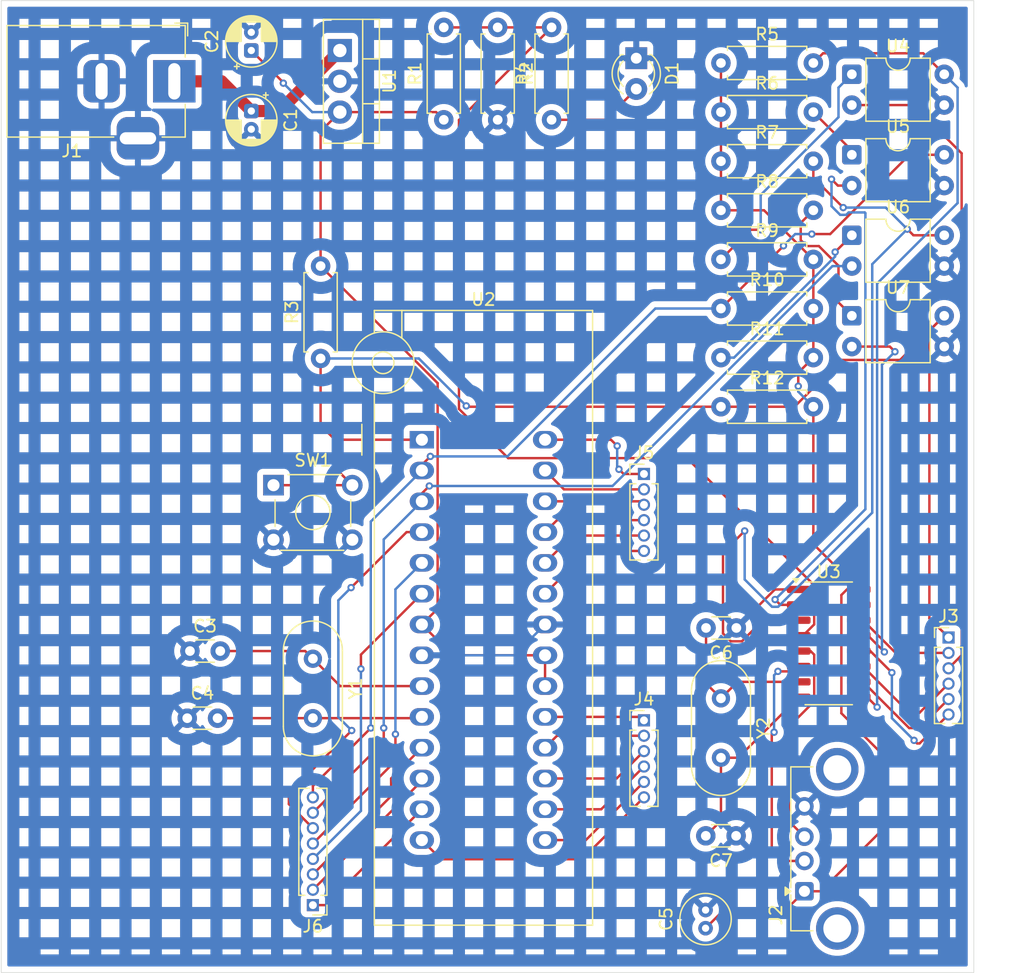
<source format=kicad_pcb>
(kicad_pcb (version 20241229) (generator "pcbnew") (generator_version "9.0")
  (title_block (title "ATMEGA328 Development Board") (date "2025-09-28") (rev "0.0.0") (company "Primzel Technologies"))
  (layers (0 "F.Cu" signal) (2 "B.Cu" signal) (13 "F.Paste" user) (15 "B.Paste" user) (5 "F.SilkS" user "F.Silkscreen") (7 "B.SilkS" user "B.Silkscreen") (1 "F.Mask" user) (3 "B.Mask" user) (25 "Edge.Cuts" user))
  (net 0 "")
  (net 1 "/power/12V")
  (net 2 "GND")
  (net 3 "/MCU/VCC")
  (net 4 "Net-(U2-PB6{slash}XTAL1)")
  (net 5 "Net-(U2-PB7{slash}XTAL2)")
  (net 6 "/USB/5V")
  (net 7 "Net-(U3-XI)")
  (net 8 "Net-(U3-XO)")
  (net 9 "Net-(D1-A)")
  (net 10 "Net-(J2-D+)")
  (net 12 "Net-(J2-D-)")
  (net 14 "/USB/RI")
  (net 15 "/USB/RTS")
  (net 16 "/USB/CTS")
  (net 17 "/USB/DSR")
  (net 18 "/MCU/DTR")
  (net 19 "/USB/DCD")
  (net 20 "Net-(J4-Pin_2)")
  (net 21 "Net-(J4-Pin_6)")
  (net 22 "Net-(J4-Pin_3)")
  (net 23 "Net-(J4-Pin_1)")
  (net 24 "Net-(J4-Pin_4)")
  (net 25 "Net-(J4-Pin_5)")
  (net 26 "Net-(J5-Pin_1)")
  (net 27 "Net-(J5-Pin_2)")
  (net 28 "Net-(J5-Pin_5)")
  (net 29 "Net-(J5-Pin_6)")
  (net 30 "Net-(J5-Pin_3)")
  (net 31 "Net-(J5-Pin_4)")
  (net 32 "Net-(J6-Pin_4)")
  (net 33 "Net-(J6-Pin_2)")
  (net 34 "Net-(J6-Pin_3)")
  (net 35 "/MCU/TXD")
  (net 36 "Net-(J6-Pin_5)")
  (net 37 "Net-(J6-Pin_6)")
  (net 38 "Net-(J6-Pin_1)")
  (net 39 "/MCU/RXD")
  (net 40 "/3V3")
  (net 41 "Net-(U3-~{CTS})")
  (net 42 "Net-(R6-Pad2)")
  (net 43 "Net-(U3-RXD)")
  (net 44 "Net-(R8-Pad2)")
  (net 45 "Net-(R9-Pad1)")
  (net 46 "Net-(R11-Pad1)")
  (net 47 "Net-(U3-TXD)")
  (net 48 "Net-(U3-~{DTR})")
  (footprint "Capacitor_THT:CP_Radial_D4.0mm_P1.50mm" (layer "F.Cu") (at 130.81 67.222401 -90)
    (property "Reference" "C1")
    (property "Value" "4.7u")
  )
  (footprint "Resistor_THT:R_Axial_DIN0207_L6.3mm_D2.5mm_P7.62mm_Horizontal" (layer "F.Cu") (at 169.545 79.46)
    (property "Reference" "R9")
    (property "Value" "510")
  )
  (footprint "Resistor_THT:R_Axial_DIN0207_L6.3mm_D2.5mm_P7.62mm_Horizontal" (layer "F.Cu") (at 169.545 71.36)
    (property "Reference" "R7")
    (property "Value" "10K")
  )
  (footprint "Crystal:Crystal_HC18-U_Vertical" (layer "F.Cu") (at 135.89 112.395 -90)
    (property "Reference" "Y1")
    (property "Value" "16MHz")
  )
  (footprint "Resistor_THT:R_Axial_DIN0207_L6.3mm_D2.5mm_P7.62mm_Horizontal" (layer "F.Cu") (at 146.685 67.945 90)
    (property "Reference" "R1")
    (property "Value" "10K")
  )
  (footprint "Resistor_THT:R_Axial_DIN0207_L6.3mm_D2.5mm_P7.62mm_Horizontal" (layer "F.Cu") (at 169.545 67.31)
    (property "Reference" "R6")
    (property "Value" "510")
  )
  (footprint "Resistor_THT:R_Axial_DIN0207_L6.3mm_D2.5mm_P7.62mm_Horizontal" (layer "F.Cu") (at 169.545 63.26)
    (property "Reference" "R5")
    (property "Value" "10K")
  )
  (footprint "Resistor_THT:R_Axial_DIN0207_L6.3mm_D2.5mm_P7.62mm_Horizontal" (layer "F.Cu") (at 169.545 83.51)
    (property "Reference" "R10")
    (property "Value" "10K")
  )
  (footprint "Resistor_THT:R_Axial_DIN0207_L6.3mm_D2.5mm_P7.62mm_Horizontal" (layer "F.Cu") (at 169.545 75.41)
    (property "Reference" "R8")
    (property "Value" "510")
  )
  (footprint "Connector_PinHeader_1.27mm:PinHeader_1x06_P1.27mm_Vertical" (layer "F.Cu") (at 163.195 97.155)
    (property "Reference" "J5")
    (property "Value" "Conn_01x06_Pin")
  )
  (footprint "Resistor_THT:R_Axial_DIN0207_L6.3mm_D2.5mm_P7.62mm_Horizontal" (layer "F.Cu") (at 169.545 87.56)
    (property "Reference" "R11")
    (property "Value" "510")
  )
  (footprint "Connector_PinHeader_1.27mm:PinHeader_1x06_P1.27mm_Vertical" (layer "F.Cu") (at 188.3156 110.6424)
    (property "Reference" "J3")
    (property "Value" "Conn_01x06_Pin")
  )
  (footprint "Package_SO:SOIC-16_3.9x9.9mm_P1.27mm" (layer "F.Cu") (at 178.435 111.125)
    (property "Reference" "U3")
    (property "Value" "CH340G")
  )
  (footprint "Connector_BarrelJack:BarrelJack_Horizontal" (layer "F.Cu") (at 124.46 64.77)
    (property "Reference" "J1")
    (property "Value" "Barrel_Jack_Switch")
  )
  (footprint "Resistor_THT:R_Axial_DIN0207_L6.3mm_D2.5mm_P7.62mm_Horizontal" (layer "F.Cu") (at 169.545 91.61)
    (property "Reference" "R12")
    (property "Value" "10K")
  )
  (footprint "Capacitor_THT:C_Disc_D3.0mm_W1.6mm_P2.50mm" (layer "F.Cu") (at 125.5268 117.2972)
    (property "Reference" "C4")
    (property "Value" "18pF")
  )
  (footprint "Package_DIP:DIP-4_W7.62mm" (layer "F.Cu") (at 180.34 70.83)
    (property "Reference" "U5")
    (property "Value" "PC817")
  )
  (footprint "LED_THT:LED_D3.0mm" (layer "F.Cu") (at 162.56 62.865 -90)
    (property "Reference" "D1")
    (property "Value" "LED")
  )
  (footprint "Socket:DIP_Socket-28_W6.9_W7.62_W10.16_W12.7_W13.5_3M_228-4817-00-0602J" (layer "F.Cu") (at 144.8775 94.33)
    (property "Reference" "U2")
    (property "Value" "ATmega8-16P")
  )
  (footprint "Connector_USB:USB_A_Connfly_DS1095" (layer "F.Cu") (at 176.4284 131.572 90)
    (property "Reference" "J2")
    (property "Value" "USB_A")
  )
  (footprint "Capacitor_THT:C_Disc_D3.0mm_W1.6mm_P2.50mm" (layer "F.Cu") (at 170.815 109.855 180)
    (property "Reference" "C6")
    (property "Value" "22pF")
  )
  (footprint "Capacitor_THT:C_Radial_D4.0mm_H5.0mm_P1.50mm" (layer "F.Cu") (at 168.275 134.62 90)
    (property "Reference" "C5")
    (property "Value" "10u")
  )
  (footprint "Package_DIP:DIP-4_W7.62mm" (layer "F.Cu") (at 180.34 77.47)
    (property "Reference" "U6")
    (property "Value" "PC817")
  )
  (footprint "Resistor_THT:R_Axial_DIN0207_L6.3mm_D2.5mm_P7.62mm_Horizontal" (layer "F.Cu") (at 136.525 87.63 90)
    (property "Reference" "R3")
    (property "Value" "10K")
  )
  (footprint "Resistor_THT:R_Axial_DIN0207_L6.3mm_D2.5mm_P7.62mm_Horizontal" (layer "F.Cu") (at 151.13 60.325 -90)
    (property "Reference" "R2")
    (property "Value" "20K")
  )
  (footprint "Capacitor_THT:C_Disc_D3.0mm_W1.6mm_P2.50mm" (layer "F.Cu") (at 125.75 111.76)
    (property "Reference" "C3")
    (property "Value" "18pF")
  )
  (footprint "Package_DIP:DIP-4_W7.62mm" (layer "F.Cu") (at 180.34 84.11)
    (property "Reference" "U7")
    (property "Value" "PC817")
  )
  (footprint "Resistor_THT:R_Axial_DIN0207_L6.3mm_D2.5mm_P7.62mm_Horizontal" (layer "F.Cu") (at 155.575 67.945 90)
    (property "Reference" "R4")
    (property "Value" "10K")
  )
  (footprint "Crystal:Crystal_HC18-U_Vertical" (layer "F.Cu") (at 169.545 115.66 -90)
    (property "Reference" "Y2")
    (property "Value" "12Mhz")
  )
  (footprint "Package_DIP:DIP-4_W7.62mm" (layer "F.Cu") (at 180.34 64.19)
    (property "Reference" "U4")
    (property "Value" "PC817")
  )
  (footprint "Capacitor_THT:C_Disc_D3.0mm_W1.6mm_P2.50mm" (layer "F.Cu") (at 170.795 127 180)
    (property "Reference" "C7")
    (property "Value" "22pF")
  )
  (footprint "Connector_PinHeader_1.27mm:PinHeader_1x08_P1.27mm_Vertical" (layer "F.Cu") (at 135.89 132.715 180)
    (property "Reference" "J6")
    (property "Value" "Conn_01x08_Pin")
  )
  (footprint "Connector_PinHeader_1.27mm:PinHeader_1x06_P1.27mm_Vertical" (layer "F.Cu") (at 163.195 117.475)
    (property "Reference" "J4")
    (property "Value" "Conn_01x06_Pin")
  )
  (footprint "Capacitor_THT:CP_Radial_D4.0mm_P1.50mm" (layer "F.Cu") (at 130.81 62.23 90)
    (property "Reference" "C2")
    (property "Value" "10u")
  )
  (footprint "Button_Switch_THT:SW_TH_Tactile_Omron_B3F-10xx" (layer "F.Cu") (at 132.64 98.08)
    (property "Reference" "SW1")
    (property "Value" "SW_Push")
  )
  (footprint "Package_TO_SOT_THT:TO-220-3_Vertical" (layer "F.Cu") (at 138.115 62.23 -90)
    (property "Reference" "U1")
    (property "Value" "LM7805_TO220")
  )
  (gr_rect (start 110.1852 58.1152) (end 190.3984 138.2776) (stroke (width 0.05)) (fill no) (layer "Edge.Cuts"))
  (segment (start 128.357599 64.77) (end 130.81 67.222401) (width 1) (layer "F.Cu") (net 1))
  (segment (start 133.122599 67.222401) (end 138.115 62.23) (width 1) (layer "F.Cu") (net 1))
  (segment (start 124.46 64.77) (end 128.357599 64.77) (width 1) (layer "F.Cu") (net 1))
  (segment (start 130.81 67.222401) (end 133.122599 67.222401) (width 1) (layer "F.Cu") (net 1))
  (segment (start 170.815 109.855) (end 173.99 106.68) (width 0.2) (layer "F.Cu") (net 2))
  (segment (start 173.99 106.68) (end 175.96 106.68) (width 0.2) (layer "F.Cu") (net 2))
  (segment (start 152.4975 112.11) (end 155.0375 109.57) (width 0.2) (layer "B.Cu") (net 2))
  (segment (start 144.8775 112.11) (end 152.4975 112.11) (width 0.2) (layer "B.Cu") (net 2))
  (segment (start 138.115 67.31) (end 146.05 67.31) (width 0.2) (layer "F.Cu") (net 3))
  (segment (start 146.1785 89.6635) (end 146.1785 108.269) (width 0.2) (layer "F.Cu") (net 3))
  (segment (start 136.525 80.01) (end 146.1785 89.6635) (width 0.2) (layer "F.Cu") (net 3))
  (segment (start 146.05 67.31) (end 146.685 67.945) (width 0.2) (layer "F.Cu") (net 3))
  (segment (start 155.0375 112.11) (end 147.4175 112.11) (width 0.2) (layer "F.Cu") (net 3))
  (segment (start 136.525 68.9) (end 138.115 67.31) (width 0.2) (layer "F.Cu") (net 3))
  (segment (start 133.4516 64.8716) (end 133.4516 64.9224) (width 0.2) (layer "F.Cu") (net 3))
  (segment (start 155.0375 112.11) (end 155.0375 114.65) (width 0.2) (layer "F.Cu") (net 3))
  (segment (start 130.81 62.23) (end 133.4516 64.8716) (width 0.2) (layer "F.Cu") (net 3))
  (segment (start 146.1785 108.269) (end 144.8775 109.57) (width 0.2) (layer "F.Cu") (net 3))
  (segment (start 136.525 80.01) (end 136.525 68.9) (width 0.2) (layer "F.Cu") (net 3))
  (segment (start 147.4175 112.11) (end 144.8775 109.57) (width 0.2) (layer "F.Cu") (net 3))
  (via (at 133.4516 64.9224) (size 0.6) (drill 0.3) (layers "F.Cu" "B.Cu") (net 3))
  (segment (start 135.8392 67.31) (end 138.115 67.31) (width 0.2) (layer "B.Cu") (net 3))
  (segment (start 133.4516 64.9224) (end 135.8392 67.31) (width 0.2) (layer "B.Cu") (net 3))
  (segment (start 135.255 111.76) (end 135.89 112.395) (width 0.2) (layer "F.Cu") (net 4))
  (segment (start 128.25 111.76) (end 135.255 111.76) (width 0.2) (layer "F.Cu") (net 4))
  (segment (start 138.145 114.65) (end 135.89 112.395) (width 0.2) (layer "F.Cu") (net 4))
  (segment (start 144.8775 114.65) (end 138.145 114.65) (width 0.2) (layer "F.Cu") (net 4))
  (segment (start 135.89 117.295) (end 129.065 117.295) (width 0.2) (layer "F.Cu") (net 5))
  (segment (start 129.0628 117.2972) (end 128.0268 117.2972) (width 0.2) (layer "F.Cu") (net 5))
  (segment (start 135.89 117.295) (end 144.7725 117.295) (width 0.2) (layer "F.Cu") (net 5))
  (segment (start 144.7725 117.295) (end 144.8775 117.19) (width 0.2) (layer "F.Cu") (net 5))
  (segment (start 129.065 117.295) (end 129.0628 117.2972) (width 0.2) (layer "F.Cu") (net 5))
  (segment (start 176.4284 131.572) (end 174.9604 133.04) (width 0.2) (layer "F.Cu") (net 6))
  (segment (start 179.935001 106.68) (end 180.91 106.68) (width 0.2) (layer "F.Cu") (net 6))
  (segment (start 183.1848 120.5992) (end 179.4764 116.8908) (width 0.2) (layer "F.Cu") (net 6))
  (segment (start 174.9604 133.04) (end 169.855 133.04) (width 0.2) (layer "F.Cu") (net 6))
  (segment (start 177.7805 131.572) (end 183.1848 126.1677) (width 0.2) (layer "F.Cu") (net 6))
  (segment (start 177.1484 79.46) (end 173.0984 75.41) (width 0.2) (layer "F.Cu") (net 6))
  (segment (start 169.545 63.26) (end 169.545 67.31) (width 0.2) (layer "F.Cu") (net 6))
  (segment (start 177.165 79.46) (end 177.1484 79.46) (width 0.2) (layer "F.Cu") (net 6))
  (segment (start 177.165 91.61) (end 177.165 102.935) (width 0.2) (layer "F.Cu") (net 6))
  (segment (start 179.4764 107.138601) (end 179.935001 106.68) (width 0.2) (layer "F.Cu") (net 6))
  (segment (start 179.4764 116.8908) (end 179.4764 107.138601) (width 0.2) (layer "F.Cu") (net 6))
  (segment (start 169.855 133.04) (end 168.275 134.62) (width 0.2) (layer "F.Cu") (net 6))
  (segment (start 169.545 71.36) (end 169.545 75.41) (width 0.2) (layer "F.Cu") (net 6))
  (segment (start 183.1848 126.1677) (end 183.1848 120.5992) (width 0.2) (layer "F.Cu") (net 6))
  (segment (start 175.9204 88.8046) (end 175.9204 89.916) (width 0.2) (layer "F.Cu") (net 6))
  (segment (start 173.0984 75.41) (end 169.545 75.41) (width 0.2) (layer "F.Cu") (net 6))
  (segment (start 176.4284 131.572) (end 177.7805 131.572) (width 0.2) (layer "F.Cu") (net 6))
  (segment (start 169.545 67.31) (end 169.545 71.36) (width 0.2) (layer "F.Cu") (net 6))
  (segment (start 177.165 83.51) (end 177.165 87.56) (width 0.2) (layer "F.Cu") (net 6))
  (segment (start 177.165 83.51) (end 177.165 79.46) (width 0.2) (layer "F.Cu") (net 6))
  (segment (start 177.165 102.935) (end 180.91 106.68) (width 0.2) (layer "F.Cu") (net 6))
  (segment (start 177.165 87.56) (end 175.9204 88.8046) (width 0.2) (layer "F.Cu") (net 6))
  (via (at 175.9204 89.916) (size 0.6) (drill 0.3) (layers "F.Cu" "B.Cu") (net 6))
  (segment (start 175.9204 90.3654) (end 177.165 91.61) (width 0.2) (layer "B.Cu") (net 6))
  (segment (start 175.9204 89.916) (end 175.9204 90.3654) (width 0.2) (layer "B.Cu") (net 6))
  (segment (start 168.315 114.43) (end 169.545 115.66) (width 0.2) (layer "F.Cu") (net 7))
  (segment (start 175.96 114.3) (end 170.905 114.3) (width 0.2) (layer "F.Cu") (net 7))
  (segment (start 168.315 109.855) (end 168.315 114.43) (width 0.2) (layer "F.Cu") (net 7))
  (segment (start 170.905 114.3) (end 169.545 115.66) (width 0.2) (layer "F.Cu") (net 7))
  (segment (start 170.97 120.56) (end 175.96 115.57) (width 0.2) (layer "F.Cu") (net 8))
  (segment (start 169.545 125.75) (end 168.295 127) (width 0.2) (layer "F.Cu") (net 8))
  (segment (start 169.545 120.56) (end 170.97 120.56) (width 0.2) (layer "F.Cu") (net 8))
  (segment (start 169.545 120.56) (end 169.545 125.75) (width 0.2) (layer "F.Cu") (net 8))
  (segment (start 160.02 67.945) (end 162.56 65.405) (width 0.2) (layer "F.Cu") (net 9))
  (segment (start 155.575 67.945) (end 160.02 67.945) (width 0.2) (layer "F.Cu") (net 9))
  (segment (start 175.2495 117.897468) (end 177.236 115.910968) (width 0.2) (layer "F.Cu") (net 10))
  (segment (start 176.4284 127.072) (end 175.2495 125.8931) (width 0.2) (layer "F.Cu") (net 10))
  (segment (start 177.236 112.061001) (end 176.934999 111.76) (width 0.2) (layer "F.Cu") (net 10))
  (segment (start 177.236 115.910968) (end 177.236 112.061001) (width 0.2) (layer "F.Cu") (net 10))
  (segment (start 176.934999 111.76) (end 175.96 111.76) (width 0.2) (layer "F.Cu") (net 10))
  (segment (start 175.2495 125.8931) (end 175.2495 117.897468) (width 0.2) (layer "F.Cu") (net 10))
  (segment (start 175.5536 113.4364) (end 175.96 113.03) (width 0.2) (layer "F.Cu") (net 12))
  (segment (start 176.4284 129.072) (end 174.8445 129.072) (width 0.2) (layer "F.Cu") (net 12))
  (segment (start 173.736 127.9635) (end 173.736 118.64253) (width 0.2) (layer "F.Cu") (net 12))
  (segment (start 174.8445 129.072) (end 173.736 127.9635) (width 0.2) (layer "F.Cu") (net 12))
  (segment (start 174.244 113.4364) (end 175.5536 113.4364) (width 0.2) (layer "F.Cu") (net 12))
  (segment (start 173.736 118.64253) (end 173.926065 118.452465) (width 0.2) (layer "F.Cu") (net 12))
  (via (at 173.926065 118.452465) (size 0.6) (drill 0.3) (layers "F.Cu" "B.Cu") (net 12))
  (via (at 174.244 113.4364) (size 0.6) (drill 0.3) (layers "F.Cu" "B.Cu") (net 12))
  (segment (start 173.926065 113.754335) (end 174.244 113.4364) (width 0.2) (layer "B.Cu") (net 12))
  (segment (start 173.926065 118.452465) (end 173.926065 113.754335) (width 0.2) (layer "B.Cu") (net 12))
  (segment (start 185.066968 116.84) (end 181.256968 113.03) (width 0.2) (layer "F.Cu") (net 14))
  (segment (start 181.256968 113.03) (end 180.91 113.03) (width 0.2) (layer "F.Cu") (net 14))
  (segment (start 188.3156 114.4524) (end 185.928 116.84) (width 0.2) (layer "F.Cu") (net 14))
  (segment (start 185.928 116.84) (end 185.066968 116.84) (width 0.2) (layer "F.Cu") (net 14))
  (segment (start 181.256968 109.22) (end 180.91 109.22) (width 0.2) (layer "F.Cu") (net 15))
  (segment (start 188.3156 111.9124) (end 183.949368 111.9124) (width 0.2) (layer "F.Cu") (net 15))
  (segment (start 183.949368 111.9124) (end 181.256968 109.22) (width 0.2) (layer "F.Cu") (net 15))
  (segment (start 189.396 112.102) (end 188.3156 113.1824) (width 0.2) (layer "F.Cu") (net 16))
  (segment (start 185.41705 66.73) (end 189.396 70.70895) (width 0.2) (layer "F.Cu") (net 16))
  (segment (start 180.34 66.73) (end 185.41705 66.73) (width 0.2) (layer "F.Cu") (net 16))
  (segment (start 189.396 70.70895) (end 189.396 112.102) (width 0.2) (layer "F.Cu") (net 16))
  (segment (start 188.3156 115.7224) (end 185.928 118.11) (width 0.2) (layer "F.Cu") (net 17))
  (segment (start 181.256968 114.3) (end 180.91 114.3) (width 0.2) (layer "F.Cu") (net 17))
  (segment (start 185.066968 118.11) (end 181.256968 114.3) (width 0.2) (layer "F.Cu") (net 17))
  (segment (start 185.928 118.11) (end 185.066968 118.11) (width 0.2) (layer "F.Cu") (net 17))
  (segment (start 169.545 91.61) (end 175.60795 91.61) (width 0.2) (layer "F.Cu") (net 18))
  (segment (start 137.7132 94.33) (end 137.8 94.33) (width 0.2) (layer "F.Cu") (net 18))
  (segment (start 148.6076 91.61) (end 148.5392 91.5416) (width 0.2) (layer "F.Cu") (net 18))
  (segment (start 175.60795 91.61) (end 179.46695 87.751) (width 0.2) (layer "F.Cu") (net 18))
  (segment (start 137.8 94.33) (end 144.8775 94.33) (width 0.2) (layer "F.Cu") (net 18))
  (segment (start 169.545 91.61) (end 148.6076 91.61) (width 0.2) (layer "F.Cu") (net 18))
  (segment (start 137.8 96.74) (end 137.8 94.33) (width 0.2) (layer "F.Cu") (net 18))
  (segment (start 179.46695 87.751) (end 184.319 87.751) (width 0.2) (layer "F.Cu") (net 18))
  (segment (start 139.14 98.08) (end 132.64 98.08) (width 0.2) (layer "F.Cu") (net 18))
  (segment (start 136.525 93.1418) (end 137.7132 94.33) (width 0.2) (layer "F.Cu") (net 18))
  (segment (start 186.735 109.0618) (end 186.735 85.335) (width 0.2) (layer "F.Cu") (net 18))
  (segment (start 188.3156 110.6424) (end 186.735 109.0618) (width 0.2) (layer "F.Cu") (net 18))
  (segment (start 136.525 87.63) (end 136.525 93.1418) (width 0.2) (layer "F.Cu") (net 18))
  (segment (start 139.14 98.08) (end 137.8 96.74) (width 0.2) (layer "F.Cu") (net 18))
  (segment (start 184.319 87.751) (end 187.96 84.11) (width 0.2) (layer "F.Cu") (net 18))
  (segment (start 186.735 85.335) (end 187.96 84.11) (width 0.2) (layer "F.Cu") (net 18))
  (via (at 148.5392 91.5416) (size 0.6) (drill 0.3) (layers "F.Cu" "B.Cu") (net 18))
  (segment (start 148.5392 91.5416) (end 144.6276 87.63) (width 0.2) (layer "B.Cu") (net 18))
  (segment (start 144.6276 87.63) (end 136.525 87.63) (width 0.2) (layer "B.Cu") (net 18))
  (segment (start 181.864 111.76) (end 180.91 111.76) (width 0.2) (layer "F.Cu") (net 19))
  (segment (start 185.7248 119.38) (end 185.4708 119.126) (width 0.2) (layer "F.Cu") (net 19))
  (segment (start 183.642 113.538) (end 181.864 111.76) (width 0.2) (layer "F.Cu") (net 19))
  (segment (start 185.928 119.38) (end 185.7248 119.38) (width 0.2) (layer "F.Cu") (net 19))
  (segment (start 188.3156 116.9924) (end 185.928 119.38) (width 0.2) (layer "F.Cu") (net 19))
  (via (at 185.4708 119.126) (size 0.6) (drill 0.3) (layers "F.Cu" "B.Cu") (net 19))
  (via (at 183.642 113.538) (size 0.6) (drill 0.3) (layers "F.Cu" "B.Cu") (net 19))
  (segment (start 183.642 117.2972) (end 183.642 113.538) (width 0.2) (layer "B.Cu") (net 19))
  (segment (start 185.4708 119.126) (end 183.642 117.2972) (width 0.2) (layer "B.Cu") (net 19))
  (segment (start 156.0225 118.745) (end 155.0375 119.73) (width 0.2) (layer "F.Cu") (net 20))
  (segment (start 163.195 118.745) (end 156.0225 118.745) (width 0.2) (layer "F.Cu") (net 20))
  (segment (start 163.195 123.825) (end 158.0896 128.9304) (width 0.2) (layer "F.Cu") (net 21))
  (segment (start 146.4579 128.9304) (end 144.8775 127.35) (width 0.2) (layer "F.Cu") (net 21))
  (segment (start 158.0896 128.9304) (end 146.4579 128.9304) (width 0.2) (layer "F.Cu") (net 21))
  (segment (start 155.0375 122.27) (end 160.94 122.27) (width 0.2) (layer "F.Cu") (net 22))
  (segment (start 160.94 122.27) (end 163.195 120.015) (width 0.2) (layer "F.Cu") (net 22))
  (segment (start 162.91 117.19) (end 163.195 117.475) (width 0.2) (layer "F.Cu") (net 23))
  (segment (start 155.0375 117.19) (end 162.91 117.19) (width 0.2) (layer "F.Cu") (net 23))
  (segment (start 159.67 124.81) (end 155.0375 124.81) (width 0.2) (layer "F.Cu") (net 24))
  (segment (start 163.195 121.285) (end 159.67 124.81) (width 0.2) (layer "F.Cu") (net 24))
  (segment (start 158.4 127.35) (end 155.0375 127.35) (width 0.2) (layer "F.Cu") (net 25))
  (segment (start 163.195 122.555) (end 158.4 127.35) (width 0.2) (layer "F.Cu") (net 25))
  (segment (start 161.5186 97.155) (end 163.195 97.155) (width 0.2) (layer "F.Cu") (net 26))
  (segment (start 155.0375 94.33) (end 160.4716 94.33) (width 0.2) (layer "F.Cu") (net 26))
  (segment (start 160.4716 94.33) (end 160.9852 94.8436) (width 0.2) (layer "F.Cu") (net 26))
  (segment (start 161.13211 96.76851) (end 161.5186 97.155) (width 0.2) (layer "F.Cu") (net 26))
  (via (at 161.13211 96.76851) (size 0.6) (drill 0.3) (layers "F.Cu" "B.Cu") (net 26))
  (via (at 160.9852 94.8436) (size 0.6) (drill 0.3) (layers "F.Cu" "B.Cu") (net 26))
  (segment (start 160.9852 96.6216) (end 161.13211 96.76851) (width 0.2) (layer "B.Cu") (net 26))
  (segment (start 160.9852 94.8436) (end 160.9852 96.6216) (width 0.2) (layer "B.Cu") (net 26))
  (segment (start 156.5925 98.425) (end 155.0375 96.87) (width 0.2) (layer "F.Cu") (net 27))
  (segment (start 163.195 98.425) (end 156.5925 98.425) (width 0.2) (layer "F.Cu") (net 27))
  (segment (start 157.2925 102.235) (end 163.195 102.235) (width 0.2) (layer "F.Cu") (net 28))
  (segment (start 155.0375 104.49) (end 157.2925 102.235) (width 0.2) (layer "F.Cu") (net 28))
  (segment (start 163.195 103.505) (end 158.5625 103.505) (width 0.2) (layer "F.Cu") (net 29))
  (segment (start 158.5625 103.505) (end 155.0375 107.03) (width 0.2) (layer "F.Cu") (net 29))
  (segment (start 162.91 99.41) (end 163.195 99.695) (width 0.2) (layer "F.Cu") (net 30))
  (segment (start 155.0375 99.41) (end 162.91 99.41) (width 0.2) (layer "F.Cu") (net 30))
  (segment (start 156.0225 100.965) (end 155.0375 101.95) (width 0.2) (layer "F.Cu") (net 31))
  (segment (start 163.195 100.965) (end 156.0225 100.965) (width 0.2) (layer "F.Cu") (net 31))
  (segment (start 144.8775 107.03) (end 139.8524 112.0551) (width 0.2) (layer "F.Cu") (net 32))
  (segment (start 139.8524 112.0551) (end 139.8524 113.2332) (width 0.2) (layer "F.Cu") (net 32))
  (via (at 139.8524 113.2332) (size 0.6) (drill 0.3) (layers "F.Cu" "B.Cu") (net 32))
  (segment (start 139.8524 113.2332) (end 139.8524 124.9426) (width 0.2) (layer "B.Cu") (net 32))
  (segment (start 139.8524 124.9426) (end 135.89 128.905) (width 0.2) (layer "B.Cu") (net 32))
  (segment (start 144.8775 122.27) (end 144.8775 122.4575) (width 0.2) (layer "F.Cu") (net 33))
  (segment (start 144.8775 122.4575) (end 135.89 131.445) (width 0.2) (layer "F.Cu") (net 33))
  (segment (start 142.3416 123.7234) (end 142.3416 122.2659) (width 0.2) (layer "F.Cu") (net 34))
  (segment (start 142.3416 122.2659) (end 144.8775 119.73) (width 0.2) (layer "F.Cu") (net 34))
  (segment (start 135.89 130.175) (end 142.3416 123.7234) (width 0.2) (layer "F.Cu") (net 34))
  (segment (start 141.732 119.253) (end 141.732 118.11) (width 0.2) (layer "F.Cu") (net 35))
  (segment (start 135.89 125.095) (end 141.732 119.253) (width 0.2) (layer "F.Cu") (net 35))
  (segment (start 144.8775 98.7593) (end 145.4912 98.1456) (width 0.2) (layer "F.Cu") (net 35))
  (segment (start 144.8775 99.41) (end 144.8775 98.7593) (width 0.2) (layer "F.Cu") (net 35))
  (via (at 145.4912 98.1456) (size 0.6) (drill 0.3) (layers "F.Cu" "B.Cu") (net 35))
  (via (at 141.732 118.11) (size 0.6) (drill 0.3) (layers "F.Cu" "B.Cu") (net 35))
  (segment (start 145.4912 98.1456) (end 160.60355 98.1456) (width 0.2) (layer "B.Cu") (net 35))
  (segment (start 141.732 118.11) (end 141.732 102.5555) (width 0.2) (layer "B.Cu") (net 35))
  (segment (start 141.732 102.5555) (end 144.8775 99.41) (width 0.2) (layer "B.Cu") (net 35))
  (segment (start 160.60355 98.1456) (end 178.73915 80.01) (width 0.2) (layer "B.Cu") (net 35))
  (segment (start 178.73915 80.01) (end 180.34 80.01) (width 0.2) (layer "B.Cu") (net 35))
  (segment (start 135.89 127.635) (end 142.6972 120.8278) (width 0.2) (layer "F.Cu") (net 36))
  (segment (start 142.6972 120.8278) (end 142.6972 118.618) (width 0.2) (layer "F.Cu") (net 36))
  (via (at 142.6972 118.618) (size 0.6) (drill 0.3) (layers "F.Cu" "B.Cu") (net 36))
  (segment (start 142.6972 106.6703) (end 144.8775 104.49) (width 0.2) (layer "B.Cu") (net 36))
  (segment (start 142.6972 118.618) (end 142.6972 106.6703) (width 0.2) (layer "B.Cu") (net 36))
  (segment (start 133.9088 124.3838) (end 133.9088 123.4948) (width 0.2) (layer "F.Cu") (net 37))
  (segment (start 135.89 126.365) (end 133.9088 124.3838) (width 0.2) (layer "F.Cu") (net 37))
  (segment (start 133.9088 123.4948) (end 139.0904 118.3132) (width 0.2) (layer "F.Cu") (net 37))
  (segment (start 139.0396 106.5276) (end 143.6172 101.95) (width 0.2) (layer "F.Cu") (net 37))
  (segment (start 143.6172 101.95) (end 144.8775 101.95) (width 0.2) (layer "F.Cu") (net 37))
  (via (at 139.0904 118.3132) (size 0.6) (drill 0.3) (layers "F.Cu" "B.Cu") (net 37))
  (via (at 139.0396 106.5276) (size 0.6) (drill 0.3) (layers "F.Cu" "B.Cu") (net 37))
  (segment (start 137.989 117.2118) (end 137.989 107.5782) (width 0.2) (layer "B.Cu") (net 37))
  (segment (start 137.989 107.5782) (end 139.0396 106.5276) (width 0.2) (layer "B.Cu") (net 37))
  (segment (start 139.0904 118.3132) (end 137.989 117.2118) (width 0.2) (layer "B.Cu") (net 37))
  (segment (start 136.9725 132.715) (end 144.8775 124.81) (width 0.2) (layer "F.Cu") (net 38))
  (segment (start 135.89 132.715) (end 136.9725 132.715) (width 0.2) (layer "F.Cu") (net 38))
  (segment (start 135.89 122.8852) (end 140.6652 118.11) (width 0.2) (layer "F.Cu") (net 39))
  (segment (start 135.89 123.825) (end 135.89 122.8852) (width 0.2) (layer "F.Cu") (net 39))
  (segment (start 144.8775 96.4082) (end 145.5785 95.7072) (width 0.2) (layer "F.Cu") (net 39))
  (segment (start 144.8775 96.87) (end 144.8775 96.4082) (width 0.2) (layer "F.Cu") (net 39))
  (segment (start 169.545 83.51) (end 174.7012 78.3538) (width 0.2) (layer "F.Cu") (net 39))
  (segment (start 178.55544 77.3684) (end 185.09384 70.83) (width 0.2) (layer "F.Cu") (net 39))
  (segment (start 185.09384 70.83) (end 187.96 70.83) (width 0.2) (layer "F.Cu") (net 39))
  (segment (start 174.7012 78.3538) (end 174.7012 78.3336) (width 0.2) (layer "F.Cu") (net 39))
  (segment (start 177.038 77.3684) (end 178.55544 77.3684) (width 0.2) (layer "F.Cu") (net 39))
  (via (at 140.6652 118.11) (size 0.6) (drill 0.3) (layers "F.Cu" "B.Cu") (net 39))
  (via (at 174.7012 78.3336) (size 0.6) (drill 0.3) (layers "F.Cu" "B.Cu") (net 39))
  (via (at 177.038 77.3684) (size 0.6) (drill 0.3) (layers "F.Cu" "B.Cu") (net 39))
  (via (at 145.5785 95.7072) (size 0.6) (drill 0.3) (layers "F.Cu" "B.Cu") (net 39))
  (segment (start 145.5785 95.7072) (end 151.936388 95.7072) (width 0.2) (layer "B.Cu") (net 39))
  (segment (start 164.133588 83.51) (end 169.545 83.51) (width 0.2) (layer "B.Cu") (net 39))
  (segment (start 140.6652 101.0823) (end 144.8775 96.87) (width 0.2) (layer "B.Cu") (net 39))
  (segment (start 174.7012 78.3336) (end 175.6664 77.3684) (width 0.2) (layer "B.Cu") (net 39))
  (segment (start 140.6652 118.11) (end 140.6652 101.0823) (width 0.2) (layer "B.Cu") (net 39))
  (segment (start 151.936388 95.7072) (end 164.133588 83.51) (width 0.2) (layer "B.Cu") (net 39))
  (segment (start 175.6664 77.3684) (end 177.038 77.3684) (width 0.2) (layer "B.Cu") (net 39))
  (segment (start 177.236 109.560968) (end 176.306968 110.49) (width 0.2) (layer "F.Cu") (net 40))
  (segment (start 151.996657 95.849) (end 166.745968 95.849) (width 0.2) (layer "F.Cu") (net 40))
  (segment (start 177.236 106.339032) (end 177.236 109.560968) (width 0.2) (layer "F.Cu") (net 40))
  (segment (start 166.745968 95.849) (end 177.236 106.339032) (width 0.2) (layer "F.Cu") (net 40))
  (segment (start 151.13 60.325) (end 155.575 60.325) (width 0.2) (layer "F.Cu") (net 40))
  (segment (start 147.9382 67.9618) (end 147.9382 91.790543) (width 0.2) (layer "F.Cu") (net 40))
  (segment (start 147.9382 91.790543) (end 151.996657 95.849) (width 0.2) (layer "F.Cu") (net 40))
  (segment (start 155.575 60.325) (end 147.9382 67.9618) (width 0.2) (layer "F.Cu") (net 40))
  (segment (start 146.685 60.325) (end 151.13 60.325) (width 0.2) (layer "F.Cu") (net 40))
  (segment (start 176.306968 110.49) (end 175.96 110.49) (width 0.2) (layer "F.Cu") (net 40))
  (segment (start 177.165 63.26) (end 177.964999 62.460001) (width 0.2) (layer "F.Cu") (net 41))
  (segment (start 186.230001 62.460001) (end 187.96 64.19) (width 0.2) (layer "F.Cu") (net 41))
  (segment (start 180.91 115.57) (end 181.61 115.57) (width 0.2) (layer "F.Cu") (net 41))
  (segment (start 181.61 115.57) (end 182.4228 116.3828) (width 0.2) (layer "F.Cu") (net 41))
  (segment (start 177.964999 62.460001) (end 186.230001 62.460001) (width 0.2) (layer "F.Cu") (net 41))
  (via (at 182.4228 116.3828) (size 0.6) (drill 0.3) (layers "F.Cu" "B.Cu") (net 41))
  (segment (start 182.4228 116.3828) (end 182.4228 81.45015) (width 0.2) (layer "B.Cu") (net 41))
  (segment (start 189.061 74.81195) (end 189.061 65.291) (width 0.2) (layer "B.Cu") (net 41))
  (segment (start 182.4228 81.45015) (end 189.061 74.81195) (width 0.2) (layer "B.Cu") (net 41))
  (segment (start 189.061 65.291) (end 187.96 64.19) (width 0.2) (layer "B.Cu") (net 41))
  (segment (start 180.34 70.485) (end 180.34 70.83) (width 0.2) (layer "F.Cu") (net 42))
  (segment (start 177.165 67.31) (end 180.34 70.485) (width 0.2) (layer "F.Cu") (net 42))
  (segment (start 185.42 77.47) (end 187.96 77.47) (width 0.2) (layer "F.Cu") (net 43))
  (segment (start 177.165 71.36) (end 177.165 72.7202) (width 0.2) (layer "F.Cu") (net 43))
  (segment (start 169.714 110.31105) (end 169.714 103.6408) (width 0.2) (layer "F.Cu") (net 43))
  (segment (start 184.912 76.962) (end 185.42 77.47) (width 0.2) (layer "F.Cu") (net 43))
  (segment (start 170.35895 110.956) (end 169.714 110.31105) (width 0.2) (layer "F.Cu") (net 43))
  (segment (start 177.165 72.7202) (end 179.6288 75.184) (width 0.2) (layer "F.Cu") (net 43))
  (segment (start 169.714 103.6408) (end 171.5008 101.854) (width 0.2) (layer "F.Cu") (net 43))
  (segment (start 175.96 109.22) (end 173.00705 109.22) (width 0.2) (layer "F.Cu") (net 43))
  (segment (start 173.00705 109.22) (end 171.27105 110.956) (width 0.2) (layer "F.Cu") (net 43))
  (segment (start 171.27105 110.956) (end 170.35895 110.956) (width 0.2) (layer "F.Cu") (net 43))
  (via (at 184.912 76.962) (size 0.6) (drill 0.3) (layers "F.Cu" "B.Cu") (net 43))
  (via (at 171.5008 101.854) (size 0.6) (drill 0.3) (layers "F.Cu" "B.Cu") (net 43))
  (via (at 179.6288 75.184) (size 0.6) (drill 0.3) (layers "F.Cu" "B.Cu") (net 43))
  (segment (start 171.5008 101.854) (end 171.5008 105.853543) (width 0.2) (layer "B.Cu") (net 43))
  (segment (start 182.0218 100.346673) (end 182.0218 79.8522) (width 0.2) (layer "B.Cu") (net 43))
  (segment (start 182.0218 79.8522) (end 184.912 76.962) (width 0.2) (layer "B.Cu") (net 43))
  (segment (start 173.758922 108.111665) (end 174.256808 108.111665) (width 0.2) (layer "B.Cu") (net 43))
  (segment (start 174.256808 108.111665) (end 182.0218 100.346673) (width 0.2) (layer "B.Cu") (net 43))
  (segment (start 179.6288 75.184) (end 183.134 75.184) (width 0.2) (layer "B.Cu") (net 43))
  (segment (start 183.134 75.184) (end 184.912 76.962) (width 0.2) (layer "B.Cu") (net 43))
  (segment (start 171.5008 105.853543) (end 173.758922 108.111665) (width 0.2) (layer "B.Cu") (net 43))
  (segment (start 179.239 79.97695) (end 179.239 83.009) (width 0.2) (layer "F.Cu") (net 44))
  (segment (start 177.62105 78.359) (end 179.239 79.97695) (width 0.2) (layer "F.Cu") (net 44))
  (segment (start 176.1236 77.8681) (end 176.6145 78.359) (width 0.2) (layer "F.Cu") (net 44))
  (segment (start 177.165 75.41) (end 176.1236 76.4514) (width 0.2) (layer "F.Cu") (net 44))
  (segment (start 176.6145 78.359) (end 177.62105 78.359) (width 0.2) (layer "F.Cu") (net 44))
  (segment (start 176.1236 76.4514) (end 176.1236 77.8681) (width 0.2) (layer "F.Cu") (net 44))
  (segment (start 179.239 83.009) (end 180.34 84.11) (width 0.2) (layer "F.Cu") (net 44))
  (segment (start 171.9922 77.0128) (end 172.8216 77.0128) (width 0.2) (layer "F.Cu") (net 45))
  (segment (start 169.545 79.46) (end 171.9922 77.0128) (width 0.2) (layer "F.Cu") (net 45))
  (via (at 172.8216 77.0128) (size 0.6) (drill 0.3) (layers "F.Cu" "B.Cu") (net 45))
  (segment (start 172.8216 74.14635) (end 179.239 67.72895) (width 0.2) (layer "B.Cu") (net 45))
  (segment (start 179.239 67.72895) (end 179.239 65.291) (width 0.2) (layer "B.Cu") (net 45))
  (segment (start 172.8216 77.0128) (end 172.8216 74.14635) (width 0.2) (layer "B.Cu") (net 45))
  (segment (start 179.239 65.291) (end 180.34 64.19) (width 0.2) (layer "B.Cu") (net 45))
  (segment (start 178.9176 78.8924) (end 178.96029 78.84971) (width 0.2) (layer "F.Cu") (net 46))
  (segment (start 180.34 77.47) (end 178.9176 78.8924) (width 0.2) (layer "F.Cu") (net 46))
  (via (at 178.96029 78.84971) (size 0.6) (drill 0.3) (layers "F.Cu" "B.Cu") (net 46))
  (segment (start 178.96029 78.84971) (end 178.96029 79.22176) (width 0.2) (layer "B.Cu") (net 46))
  (segment (start 178.96029 79.22176) (end 170.62205 87.56) (width 0.2) (layer "B.Cu") (net 46))
  (segment (start 170.62205 87.56) (end 169.545 87.56) (width 0.2) (layer "B.Cu") (net 46))
  (segment (start 174.4472 107.95) (end 175.96 107.95) (width 0.2) (layer "F.Cu") (net 47))
  (segment (start 174.007865 107.510665) (end 174.4472 107.95) (width 0.2) (layer "F.Cu") (net 47))
  (segment (start 179.1864 73.37) (end 178.6636 72.8472) (width 0.2) (layer "F.Cu") (net 47))
  (segment (start 180.34 73.37) (end 179.1864 73.37) (width 0.2) (layer "F.Cu") (net 47))
  (via (at 178.6636 72.8472) (size 0.6) (drill 0.3) (layers "F.Cu" "B.Cu") (net 47))
  (via (at 174.007865 107.510665) (size 0.6) (drill 0.3) (layers "F.Cu" "B.Cu") (net 47))
  (segment (start 181.4576 75.6412) (end 181.4576 100.06093) (width 0.2) (layer "B.Cu") (net 47))
  (segment (start 181.4014 75.585) (end 181.4576 75.6412) (width 0.2) (layer "B.Cu") (net 47))
  (segment (start 179.379857 75.785) (end 179.877743 75.785) (width 0.2) (layer "B.Cu") (net 47))
  (segment (start 179.877743 75.785) (end 180.077743 75.585) (width 0.2) (layer "B.Cu") (net 47))
  (segment (start 178.6636 72.8472) (end 178.6636 75.068743) (width 0.2) (layer "B.Cu") (net 47))
  (segment (start 181.4576 100.06093) (end 174.007865 107.510665) (width 0.2) (layer "B.Cu") (net 47))
  (segment (start 178.6636 75.068743) (end 179.379857 75.785) (width 0.2) (layer "B.Cu") (net 47))
  (segment (start 180.077743 75.585) (end 181.4014 75.585) (width 0.2) (layer "B.Cu") (net 47))
  (segment (start 183.4748 86.65) (end 183.896 87.0712) (width 0.2) (layer "F.Cu") (net 48))
  (segment (start 180.34 86.65) (end 183.4748 86.65) (width 0.2) (layer "F.Cu") (net 48))
  (segment (start 183.0228 111.834359) (end 181.678441 110.49) (width 0.2) (layer "F.Cu") (net 48))
  (segment (start 181.678441 110.49) (end 180.91 110.49) (width 0.2) (layer "F.Cu") (net 48))
  (via (at 183.896 87.0712) (size 0.6) (drill 0.3) (layers "F.Cu" "B.Cu") (net 48))
  (via (at 183.0228 111.834359) (size 0.6) (drill 0.3) (layers "F.Cu" "B.Cu") (net 48))
  (segment (start 182.8238 111.635359) (end 183.0228 111.834359) (width 0.2) (layer "B.Cu") (net 48))
  (segment (start 182.8238 88.1434) (end 182.8238 111.635359) (width 0.2) (layer "B.Cu") (net 48))
  (segment (start 183.896 87.0712) (end 182.8238 88.1434) (width 0.2) (layer "B.Cu") (net 48))
  (zone (net 2) (net_name "GND") (layer "B.Cu") (connect_pads (clearance 0.5)) (min_thickness 0.25) (fill yes (mode hatch) (thermal_gap 0.5) (thermal_bridge_width 0.5) (hatch_thickness 1) (hatch_gap 1.5) (hatch_orientation 0) (hatch_border_algorithm hatch_thickness) (hatch_min_hole_area 0.3))
    (polygon (pts (xy 190.3984 58.166) (xy 190.3984 138.3284) (xy 110.1852 138.3284) (xy 110.0836 138.2268) (xy 110.0836 58.0644) (xy 190.2968 58.0644)))
  )
)
</source>
